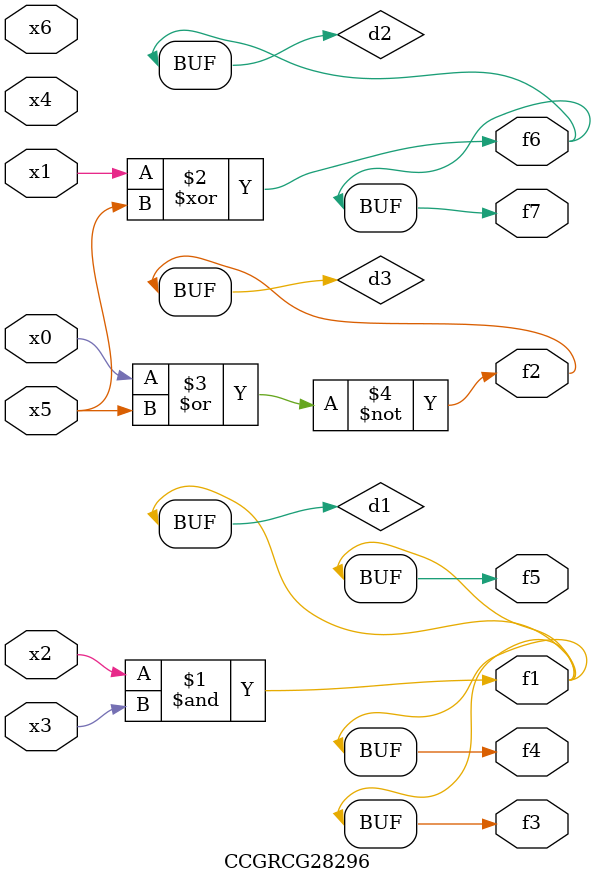
<source format=v>
module CCGRCG28296(
	input x0, x1, x2, x3, x4, x5, x6,
	output f1, f2, f3, f4, f5, f6, f7
);

	wire d1, d2, d3;

	and (d1, x2, x3);
	xor (d2, x1, x5);
	nor (d3, x0, x5);
	assign f1 = d1;
	assign f2 = d3;
	assign f3 = d1;
	assign f4 = d1;
	assign f5 = d1;
	assign f6 = d2;
	assign f7 = d2;
endmodule

</source>
